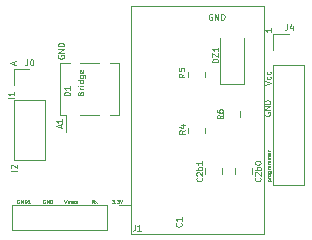
<source format=gto>
G04 #@! TF.GenerationSoftware,KiCad,Pcbnew,(6.0.11)*
G04 #@! TF.CreationDate,2023-03-09T13:47:02+01:00*
G04 #@! TF.ProjectId,PCB_Dongle_Linky,5043425f-446f-46e6-976c-655f4c696e6b,rev?*
G04 #@! TF.SameCoordinates,Original*
G04 #@! TF.FileFunction,Legend,Top*
G04 #@! TF.FilePolarity,Positive*
%FSLAX46Y46*%
G04 Gerber Fmt 4.6, Leading zero omitted, Abs format (unit mm)*
G04 Created by KiCad (PCBNEW (6.0.11)) date 2023-03-09 13:47:02*
%MOMM*%
%LPD*%
G01*
G04 APERTURE LIST*
%ADD10C,0.075000*%
%ADD11C,0.125000*%
%ADD12C,0.120000*%
G04 APERTURE END LIST*
D10*
X41985714Y-95978571D02*
X42285714Y-95978571D01*
X42000000Y-95978571D02*
X41985714Y-95950000D01*
X41985714Y-95892857D01*
X42000000Y-95864285D01*
X42014285Y-95850000D01*
X42042857Y-95835714D01*
X42128571Y-95835714D01*
X42157142Y-95850000D01*
X42171428Y-95864285D01*
X42185714Y-95892857D01*
X42185714Y-95950000D01*
X42171428Y-95978571D01*
X42185714Y-95707142D02*
X41985714Y-95707142D01*
X42042857Y-95707142D02*
X42014285Y-95692857D01*
X42000000Y-95678571D01*
X41985714Y-95650000D01*
X41985714Y-95621428D01*
X42185714Y-95478571D02*
X42171428Y-95507142D01*
X42157142Y-95521428D01*
X42128571Y-95535714D01*
X42042857Y-95535714D01*
X42014285Y-95521428D01*
X42000000Y-95507142D01*
X41985714Y-95478571D01*
X41985714Y-95435714D01*
X42000000Y-95407142D01*
X42014285Y-95392857D01*
X42042857Y-95378571D01*
X42128571Y-95378571D01*
X42157142Y-95392857D01*
X42171428Y-95407142D01*
X42185714Y-95435714D01*
X42185714Y-95478571D01*
X41985714Y-95121428D02*
X42228571Y-95121428D01*
X42257142Y-95135714D01*
X42271428Y-95150000D01*
X42285714Y-95178571D01*
X42285714Y-95221428D01*
X42271428Y-95250000D01*
X42171428Y-95121428D02*
X42185714Y-95150000D01*
X42185714Y-95207142D01*
X42171428Y-95235714D01*
X42157142Y-95250000D01*
X42128571Y-95264285D01*
X42042857Y-95264285D01*
X42014285Y-95250000D01*
X42000000Y-95235714D01*
X41985714Y-95207142D01*
X41985714Y-95150000D01*
X42000000Y-95121428D01*
X42185714Y-94978571D02*
X41985714Y-94978571D01*
X42042857Y-94978571D02*
X42014285Y-94964285D01*
X42000000Y-94950000D01*
X41985714Y-94921428D01*
X41985714Y-94892857D01*
X42185714Y-94664285D02*
X42028571Y-94664285D01*
X42000000Y-94678571D01*
X41985714Y-94707142D01*
X41985714Y-94764285D01*
X42000000Y-94792857D01*
X42171428Y-94664285D02*
X42185714Y-94692857D01*
X42185714Y-94764285D01*
X42171428Y-94792857D01*
X42142857Y-94807142D01*
X42114285Y-94807142D01*
X42085714Y-94792857D01*
X42071428Y-94764285D01*
X42071428Y-94692857D01*
X42057142Y-94664285D01*
X42185714Y-94521428D02*
X41985714Y-94521428D01*
X42014285Y-94521428D02*
X42000000Y-94507142D01*
X41985714Y-94478571D01*
X41985714Y-94435714D01*
X42000000Y-94407142D01*
X42028571Y-94392857D01*
X42185714Y-94392857D01*
X42028571Y-94392857D02*
X42000000Y-94378571D01*
X41985714Y-94350000D01*
X41985714Y-94307142D01*
X42000000Y-94278571D01*
X42028571Y-94264285D01*
X42185714Y-94264285D01*
X42185714Y-94121428D02*
X41985714Y-94121428D01*
X42014285Y-94121428D02*
X42000000Y-94107142D01*
X41985714Y-94078571D01*
X41985714Y-94035714D01*
X42000000Y-94007142D01*
X42028571Y-93992857D01*
X42185714Y-93992857D01*
X42028571Y-93992857D02*
X42000000Y-93978571D01*
X41985714Y-93950000D01*
X41985714Y-93907142D01*
X42000000Y-93878571D01*
X42028571Y-93864285D01*
X42185714Y-93864285D01*
X42171428Y-93607142D02*
X42185714Y-93635714D01*
X42185714Y-93692857D01*
X42171428Y-93721428D01*
X42142857Y-93735714D01*
X42028571Y-93735714D01*
X42000000Y-93721428D01*
X41985714Y-93692857D01*
X41985714Y-93635714D01*
X42000000Y-93607142D01*
X42028571Y-93592857D01*
X42057142Y-93592857D01*
X42085714Y-93735714D01*
X42185714Y-93464285D02*
X41985714Y-93464285D01*
X42042857Y-93464285D02*
X42014285Y-93450000D01*
X42000000Y-93435714D01*
X41985714Y-93407142D01*
X41985714Y-93378571D01*
X24750000Y-97535714D02*
X24850000Y-97835714D01*
X24950000Y-97535714D01*
X25050000Y-97835714D02*
X25050000Y-97635714D01*
X25050000Y-97664285D02*
X25064285Y-97650000D01*
X25092857Y-97635714D01*
X25135714Y-97635714D01*
X25164285Y-97650000D01*
X25178571Y-97678571D01*
X25178571Y-97835714D01*
X25178571Y-97678571D02*
X25192857Y-97650000D01*
X25221428Y-97635714D01*
X25264285Y-97635714D01*
X25292857Y-97650000D01*
X25307142Y-97678571D01*
X25307142Y-97835714D01*
X25564285Y-97821428D02*
X25535714Y-97835714D01*
X25478571Y-97835714D01*
X25450000Y-97821428D01*
X25435714Y-97792857D01*
X25435714Y-97678571D01*
X25450000Y-97650000D01*
X25478571Y-97635714D01*
X25535714Y-97635714D01*
X25564285Y-97650000D01*
X25578571Y-97678571D01*
X25578571Y-97707142D01*
X25435714Y-97735714D01*
X25692857Y-97821428D02*
X25721428Y-97835714D01*
X25778571Y-97835714D01*
X25807142Y-97821428D01*
X25821428Y-97792857D01*
X25821428Y-97778571D01*
X25807142Y-97750000D01*
X25778571Y-97735714D01*
X25735714Y-97735714D01*
X25707142Y-97721428D01*
X25692857Y-97692857D01*
X25692857Y-97678571D01*
X25707142Y-97650000D01*
X25735714Y-97635714D01*
X25778571Y-97635714D01*
X25807142Y-97650000D01*
X20476190Y-88938095D02*
X19976190Y-88938095D01*
X20476190Y-88438095D02*
X20476190Y-88723809D01*
X20476190Y-88580952D02*
X19976190Y-88580952D01*
X20047619Y-88628571D01*
X20095238Y-88676190D01*
X20119047Y-88723809D01*
X20726190Y-95088095D02*
X20226190Y-95088095D01*
X20273809Y-94873809D02*
X20250000Y-94850000D01*
X20226190Y-94802380D01*
X20226190Y-94683333D01*
X20250000Y-94635714D01*
X20273809Y-94611904D01*
X20321428Y-94588095D01*
X20369047Y-94588095D01*
X20440476Y-94611904D01*
X20726190Y-94897619D01*
X20726190Y-94588095D01*
X42276190Y-83057142D02*
X42276190Y-83342857D01*
X42276190Y-83200000D02*
X41776190Y-83200000D01*
X41847619Y-83247619D01*
X41895238Y-83295238D01*
X41919047Y-83342857D01*
X20928571Y-97550000D02*
X20900000Y-97535714D01*
X20857142Y-97535714D01*
X20814285Y-97550000D01*
X20785714Y-97578571D01*
X20771428Y-97607142D01*
X20757142Y-97664285D01*
X20757142Y-97707142D01*
X20771428Y-97764285D01*
X20785714Y-97792857D01*
X20814285Y-97821428D01*
X20857142Y-97835714D01*
X20885714Y-97835714D01*
X20928571Y-97821428D01*
X20942857Y-97807142D01*
X20942857Y-97707142D01*
X20885714Y-97707142D01*
X21071428Y-97835714D02*
X21071428Y-97535714D01*
X21242857Y-97835714D01*
X21242857Y-97535714D01*
X21385714Y-97835714D02*
X21385714Y-97535714D01*
X21457142Y-97535714D01*
X21500000Y-97550000D01*
X21528571Y-97578571D01*
X21542857Y-97607142D01*
X21557142Y-97664285D01*
X21557142Y-97707142D01*
X21542857Y-97764285D01*
X21528571Y-97792857D01*
X21500000Y-97821428D01*
X21457142Y-97835714D01*
X21385714Y-97835714D01*
X21842857Y-97835714D02*
X21671428Y-97835714D01*
X21757142Y-97835714D02*
X21757142Y-97535714D01*
X21728571Y-97578571D01*
X21700000Y-97607142D01*
X21671428Y-97621428D01*
X28757142Y-97535714D02*
X28942857Y-97535714D01*
X28842857Y-97650000D01*
X28885714Y-97650000D01*
X28914285Y-97664285D01*
X28928571Y-97678571D01*
X28942857Y-97707142D01*
X28942857Y-97778571D01*
X28928571Y-97807142D01*
X28914285Y-97821428D01*
X28885714Y-97835714D01*
X28800000Y-97835714D01*
X28771428Y-97821428D01*
X28757142Y-97807142D01*
X29071428Y-97807142D02*
X29085714Y-97821428D01*
X29071428Y-97835714D01*
X29057142Y-97821428D01*
X29071428Y-97807142D01*
X29071428Y-97835714D01*
X29185714Y-97535714D02*
X29371428Y-97535714D01*
X29271428Y-97650000D01*
X29314285Y-97650000D01*
X29342857Y-97664285D01*
X29357142Y-97678571D01*
X29371428Y-97707142D01*
X29371428Y-97778571D01*
X29357142Y-97807142D01*
X29342857Y-97821428D01*
X29314285Y-97835714D01*
X29228571Y-97835714D01*
X29200000Y-97821428D01*
X29185714Y-97807142D01*
X29457142Y-97535714D02*
X29557142Y-97835714D01*
X29657142Y-97535714D01*
X27271428Y-97835714D02*
X27171428Y-97692857D01*
X27100000Y-97835714D02*
X27100000Y-97535714D01*
X27214285Y-97535714D01*
X27242857Y-97550000D01*
X27257142Y-97564285D01*
X27271428Y-97592857D01*
X27271428Y-97635714D01*
X27257142Y-97664285D01*
X27242857Y-97678571D01*
X27214285Y-97692857D01*
X27100000Y-97692857D01*
X27371428Y-97835714D02*
X27528571Y-97635714D01*
X27371428Y-97635714D02*
X27528571Y-97835714D01*
X23121428Y-97550000D02*
X23092857Y-97535714D01*
X23050000Y-97535714D01*
X23007142Y-97550000D01*
X22978571Y-97578571D01*
X22964285Y-97607142D01*
X22950000Y-97664285D01*
X22950000Y-97707142D01*
X22964285Y-97764285D01*
X22978571Y-97792857D01*
X23007142Y-97821428D01*
X23050000Y-97835714D01*
X23078571Y-97835714D01*
X23121428Y-97821428D01*
X23135714Y-97807142D01*
X23135714Y-97707142D01*
X23078571Y-97707142D01*
X23264285Y-97835714D02*
X23264285Y-97535714D01*
X23435714Y-97835714D01*
X23435714Y-97535714D01*
X23578571Y-97835714D02*
X23578571Y-97535714D01*
X23650000Y-97535714D01*
X23692857Y-97550000D01*
X23721428Y-97578571D01*
X23735714Y-97607142D01*
X23750000Y-97664285D01*
X23750000Y-97707142D01*
X23735714Y-97764285D01*
X23721428Y-97792857D01*
X23692857Y-97821428D01*
X23650000Y-97835714D01*
X23578571Y-97835714D01*
X24433333Y-91457142D02*
X24433333Y-91219047D01*
X24576190Y-91504761D02*
X24076190Y-91338095D01*
X24576190Y-91171428D01*
X24576190Y-90742857D02*
X24576190Y-91028571D01*
X24576190Y-90885714D02*
X24076190Y-90885714D01*
X24147619Y-90933333D01*
X24195238Y-90980952D01*
X24219047Y-91028571D01*
X41726190Y-87845238D02*
X42226190Y-87678571D01*
X41726190Y-87511904D01*
X42202380Y-87130952D02*
X42226190Y-87178571D01*
X42226190Y-87273809D01*
X42202380Y-87321428D01*
X42178571Y-87345238D01*
X42130952Y-87369047D01*
X41988095Y-87369047D01*
X41940476Y-87345238D01*
X41916666Y-87321428D01*
X41892857Y-87273809D01*
X41892857Y-87178571D01*
X41916666Y-87130952D01*
X42202380Y-86702380D02*
X42226190Y-86750000D01*
X42226190Y-86845238D01*
X42202380Y-86892857D01*
X42178571Y-86916666D01*
X42130952Y-86940476D01*
X41988095Y-86940476D01*
X41940476Y-86916666D01*
X41916666Y-86892857D01*
X41892857Y-86845238D01*
X41892857Y-86750000D01*
X41916666Y-86702380D01*
X20483333Y-86119047D02*
X20483333Y-85880952D01*
X20626190Y-86166666D02*
X20126190Y-86000000D01*
X20626190Y-85833333D01*
X24250000Y-85330952D02*
X24226190Y-85378571D01*
X24226190Y-85450000D01*
X24250000Y-85521428D01*
X24297619Y-85569047D01*
X24345238Y-85592857D01*
X24440476Y-85616666D01*
X24511904Y-85616666D01*
X24607142Y-85592857D01*
X24654761Y-85569047D01*
X24702380Y-85521428D01*
X24726190Y-85450000D01*
X24726190Y-85402380D01*
X24702380Y-85330952D01*
X24678571Y-85307142D01*
X24511904Y-85307142D01*
X24511904Y-85402380D01*
X24726190Y-85092857D02*
X24226190Y-85092857D01*
X24726190Y-84807142D01*
X24226190Y-84807142D01*
X24726190Y-84569047D02*
X24226190Y-84569047D01*
X24226190Y-84450000D01*
X24250000Y-84378571D01*
X24297619Y-84330952D01*
X24345238Y-84307142D01*
X24440476Y-84283333D01*
X24511904Y-84283333D01*
X24607142Y-84307142D01*
X24654761Y-84330952D01*
X24702380Y-84378571D01*
X24726190Y-84450000D01*
X24726190Y-84569047D01*
X41700000Y-90180952D02*
X41676190Y-90228571D01*
X41676190Y-90300000D01*
X41700000Y-90371428D01*
X41747619Y-90419047D01*
X41795238Y-90442857D01*
X41890476Y-90466666D01*
X41961904Y-90466666D01*
X42057142Y-90442857D01*
X42104761Y-90419047D01*
X42152380Y-90371428D01*
X42176190Y-90300000D01*
X42176190Y-90252380D01*
X42152380Y-90180952D01*
X42128571Y-90157142D01*
X41961904Y-90157142D01*
X41961904Y-90252380D01*
X42176190Y-89942857D02*
X41676190Y-89942857D01*
X42176190Y-89657142D01*
X41676190Y-89657142D01*
X42176190Y-89419047D02*
X41676190Y-89419047D01*
X41676190Y-89300000D01*
X41700000Y-89228571D01*
X41747619Y-89180952D01*
X41795238Y-89157142D01*
X41890476Y-89133333D01*
X41961904Y-89133333D01*
X42057142Y-89157142D01*
X42104761Y-89180952D01*
X42152380Y-89228571D01*
X42176190Y-89300000D01*
X42176190Y-89419047D01*
X26114285Y-88554761D02*
X26138095Y-88483333D01*
X26161904Y-88459523D01*
X26209523Y-88435714D01*
X26280952Y-88435714D01*
X26328571Y-88459523D01*
X26352380Y-88483333D01*
X26376190Y-88530952D01*
X26376190Y-88721428D01*
X25876190Y-88721428D01*
X25876190Y-88554761D01*
X25900000Y-88507142D01*
X25923809Y-88483333D01*
X25971428Y-88459523D01*
X26019047Y-88459523D01*
X26066666Y-88483333D01*
X26090476Y-88507142D01*
X26114285Y-88554761D01*
X26114285Y-88721428D01*
X26376190Y-88221428D02*
X26042857Y-88221428D01*
X26138095Y-88221428D02*
X26090476Y-88197619D01*
X26066666Y-88173809D01*
X26042857Y-88126190D01*
X26042857Y-88078571D01*
X26376190Y-87911904D02*
X26042857Y-87911904D01*
X25876190Y-87911904D02*
X25900000Y-87935714D01*
X25923809Y-87911904D01*
X25900000Y-87888095D01*
X25876190Y-87911904D01*
X25923809Y-87911904D01*
X26376190Y-87459523D02*
X25876190Y-87459523D01*
X26352380Y-87459523D02*
X26376190Y-87507142D01*
X26376190Y-87602380D01*
X26352380Y-87650000D01*
X26328571Y-87673809D01*
X26280952Y-87697619D01*
X26138095Y-87697619D01*
X26090476Y-87673809D01*
X26066666Y-87650000D01*
X26042857Y-87602380D01*
X26042857Y-87507142D01*
X26066666Y-87459523D01*
X26042857Y-87007142D02*
X26447619Y-87007142D01*
X26495238Y-87030952D01*
X26519047Y-87054761D01*
X26542857Y-87102380D01*
X26542857Y-87173809D01*
X26519047Y-87221428D01*
X26352380Y-87007142D02*
X26376190Y-87054761D01*
X26376190Y-87150000D01*
X26352380Y-87197619D01*
X26328571Y-87221428D01*
X26280952Y-87245238D01*
X26138095Y-87245238D01*
X26090476Y-87221428D01*
X26066666Y-87197619D01*
X26042857Y-87150000D01*
X26042857Y-87054761D01*
X26066666Y-87007142D01*
X26352380Y-86578571D02*
X26376190Y-86626190D01*
X26376190Y-86721428D01*
X26352380Y-86769047D01*
X26304761Y-86792857D01*
X26114285Y-86792857D01*
X26066666Y-86769047D01*
X26042857Y-86721428D01*
X26042857Y-86626190D01*
X26066666Y-86578571D01*
X26114285Y-86554761D01*
X26161904Y-86554761D01*
X26209523Y-86792857D01*
X37269047Y-81850000D02*
X37221428Y-81826190D01*
X37150000Y-81826190D01*
X37078571Y-81850000D01*
X37030952Y-81897619D01*
X37007142Y-81945238D01*
X36983333Y-82040476D01*
X36983333Y-82111904D01*
X37007142Y-82207142D01*
X37030952Y-82254761D01*
X37078571Y-82302380D01*
X37150000Y-82326190D01*
X37197619Y-82326190D01*
X37269047Y-82302380D01*
X37292857Y-82278571D01*
X37292857Y-82111904D01*
X37197619Y-82111904D01*
X37507142Y-82326190D02*
X37507142Y-81826190D01*
X37792857Y-82326190D01*
X37792857Y-81826190D01*
X38030952Y-82326190D02*
X38030952Y-81826190D01*
X38150000Y-81826190D01*
X38221428Y-81850000D01*
X38269047Y-81897619D01*
X38292857Y-81945238D01*
X38316666Y-82040476D01*
X38316666Y-82111904D01*
X38292857Y-82207142D01*
X38269047Y-82254761D01*
X38221428Y-82302380D01*
X38150000Y-82326190D01*
X38030952Y-82326190D01*
D11*
G04 #@! TO.C,R4*
X34976190Y-91683333D02*
X34738095Y-91850000D01*
X34976190Y-91969047D02*
X34476190Y-91969047D01*
X34476190Y-91778571D01*
X34500000Y-91730952D01*
X34523809Y-91707142D01*
X34571428Y-91683333D01*
X34642857Y-91683333D01*
X34690476Y-91707142D01*
X34714285Y-91730952D01*
X34738095Y-91778571D01*
X34738095Y-91969047D01*
X34642857Y-91254761D02*
X34976190Y-91254761D01*
X34452380Y-91373809D02*
X34809523Y-91492857D01*
X34809523Y-91183333D01*
G04 #@! TO.C,C2b0*
X41328571Y-95697619D02*
X41352380Y-95721428D01*
X41376190Y-95792857D01*
X41376190Y-95840476D01*
X41352380Y-95911904D01*
X41304761Y-95959523D01*
X41257142Y-95983333D01*
X41161904Y-96007142D01*
X41090476Y-96007142D01*
X40995238Y-95983333D01*
X40947619Y-95959523D01*
X40900000Y-95911904D01*
X40876190Y-95840476D01*
X40876190Y-95792857D01*
X40900000Y-95721428D01*
X40923809Y-95697619D01*
X40923809Y-95507142D02*
X40900000Y-95483333D01*
X40876190Y-95435714D01*
X40876190Y-95316666D01*
X40900000Y-95269047D01*
X40923809Y-95245238D01*
X40971428Y-95221428D01*
X41019047Y-95221428D01*
X41090476Y-95245238D01*
X41376190Y-95530952D01*
X41376190Y-95221428D01*
X41376190Y-95007142D02*
X40876190Y-95007142D01*
X41066666Y-95007142D02*
X41042857Y-94959523D01*
X41042857Y-94864285D01*
X41066666Y-94816666D01*
X41090476Y-94792857D01*
X41138095Y-94769047D01*
X41280952Y-94769047D01*
X41328571Y-94792857D01*
X41352380Y-94816666D01*
X41376190Y-94864285D01*
X41376190Y-94959523D01*
X41352380Y-95007142D01*
X40876190Y-94459523D02*
X40876190Y-94411904D01*
X40900000Y-94364285D01*
X40923809Y-94340476D01*
X40971428Y-94316666D01*
X41066666Y-94292857D01*
X41185714Y-94292857D01*
X41280952Y-94316666D01*
X41328571Y-94340476D01*
X41352380Y-94364285D01*
X41376190Y-94411904D01*
X41376190Y-94459523D01*
X41352380Y-94507142D01*
X41328571Y-94530952D01*
X41280952Y-94554761D01*
X41185714Y-94578571D01*
X41066666Y-94578571D01*
X40971428Y-94554761D01*
X40923809Y-94530952D01*
X40900000Y-94507142D01*
X40876190Y-94459523D01*
G04 #@! TO.C,J0*
X21633333Y-85676190D02*
X21633333Y-86033333D01*
X21609523Y-86104761D01*
X21561904Y-86152380D01*
X21490476Y-86176190D01*
X21442857Y-86176190D01*
X21966666Y-85676190D02*
X22014285Y-85676190D01*
X22061904Y-85700000D01*
X22085714Y-85723809D01*
X22109523Y-85771428D01*
X22133333Y-85866666D01*
X22133333Y-85985714D01*
X22109523Y-86080952D01*
X22085714Y-86128571D01*
X22061904Y-86152380D01*
X22014285Y-86176190D01*
X21966666Y-86176190D01*
X21919047Y-86152380D01*
X21895238Y-86128571D01*
X21871428Y-86080952D01*
X21847619Y-85985714D01*
X21847619Y-85866666D01*
X21871428Y-85771428D01*
X21895238Y-85723809D01*
X21919047Y-85700000D01*
X21966666Y-85676190D01*
G04 #@! TO.C,J1*
X30733333Y-99676190D02*
X30733333Y-100033333D01*
X30709523Y-100104761D01*
X30661904Y-100152380D01*
X30590476Y-100176190D01*
X30542857Y-100176190D01*
X31233333Y-100176190D02*
X30947619Y-100176190D01*
X31090476Y-100176190D02*
X31090476Y-99676190D01*
X31042857Y-99747619D01*
X30995238Y-99795238D01*
X30947619Y-99819047D01*
G04 #@! TO.C,J4*
X43633333Y-82676190D02*
X43633333Y-83033333D01*
X43609523Y-83104761D01*
X43561904Y-83152380D01*
X43490476Y-83176190D01*
X43442857Y-83176190D01*
X44085714Y-82842857D02*
X44085714Y-83176190D01*
X43966666Y-82652380D02*
X43847619Y-83009523D01*
X44157142Y-83009523D01*
G04 #@! TO.C,C2b1*
X36378571Y-95697619D02*
X36402380Y-95721428D01*
X36426190Y-95792857D01*
X36426190Y-95840476D01*
X36402380Y-95911904D01*
X36354761Y-95959523D01*
X36307142Y-95983333D01*
X36211904Y-96007142D01*
X36140476Y-96007142D01*
X36045238Y-95983333D01*
X35997619Y-95959523D01*
X35950000Y-95911904D01*
X35926190Y-95840476D01*
X35926190Y-95792857D01*
X35950000Y-95721428D01*
X35973809Y-95697619D01*
X35973809Y-95507142D02*
X35950000Y-95483333D01*
X35926190Y-95435714D01*
X35926190Y-95316666D01*
X35950000Y-95269047D01*
X35973809Y-95245238D01*
X36021428Y-95221428D01*
X36069047Y-95221428D01*
X36140476Y-95245238D01*
X36426190Y-95530952D01*
X36426190Y-95221428D01*
X36426190Y-95007142D02*
X35926190Y-95007142D01*
X36116666Y-95007142D02*
X36092857Y-94959523D01*
X36092857Y-94864285D01*
X36116666Y-94816666D01*
X36140476Y-94792857D01*
X36188095Y-94769047D01*
X36330952Y-94769047D01*
X36378571Y-94792857D01*
X36402380Y-94816666D01*
X36426190Y-94864285D01*
X36426190Y-94959523D01*
X36402380Y-95007142D01*
X36426190Y-94292857D02*
X36426190Y-94578571D01*
X36426190Y-94435714D02*
X35926190Y-94435714D01*
X35997619Y-94483333D01*
X36045238Y-94530952D01*
X36069047Y-94578571D01*
G04 #@! TO.C,R5*
X34926190Y-86883333D02*
X34688095Y-87050000D01*
X34926190Y-87169047D02*
X34426190Y-87169047D01*
X34426190Y-86978571D01*
X34450000Y-86930952D01*
X34473809Y-86907142D01*
X34521428Y-86883333D01*
X34592857Y-86883333D01*
X34640476Y-86907142D01*
X34664285Y-86930952D01*
X34688095Y-86978571D01*
X34688095Y-87169047D01*
X34426190Y-86430952D02*
X34426190Y-86669047D01*
X34664285Y-86692857D01*
X34640476Y-86669047D01*
X34616666Y-86621428D01*
X34616666Y-86502380D01*
X34640476Y-86454761D01*
X34664285Y-86430952D01*
X34711904Y-86407142D01*
X34830952Y-86407142D01*
X34878571Y-86430952D01*
X34902380Y-86454761D01*
X34926190Y-86502380D01*
X34926190Y-86621428D01*
X34902380Y-86669047D01*
X34878571Y-86692857D01*
G04 #@! TO.C,C1*
X34628571Y-99533333D02*
X34652380Y-99557142D01*
X34676190Y-99628571D01*
X34676190Y-99676190D01*
X34652380Y-99747619D01*
X34604761Y-99795238D01*
X34557142Y-99819047D01*
X34461904Y-99842857D01*
X34390476Y-99842857D01*
X34295238Y-99819047D01*
X34247619Y-99795238D01*
X34200000Y-99747619D01*
X34176190Y-99676190D01*
X34176190Y-99628571D01*
X34200000Y-99557142D01*
X34223809Y-99533333D01*
X34676190Y-99057142D02*
X34676190Y-99342857D01*
X34676190Y-99200000D02*
X34176190Y-99200000D01*
X34247619Y-99247619D01*
X34295238Y-99295238D01*
X34319047Y-99342857D01*
G04 #@! TO.C,R6*
X38176190Y-90383333D02*
X37938095Y-90550000D01*
X38176190Y-90669047D02*
X37676190Y-90669047D01*
X37676190Y-90478571D01*
X37700000Y-90430952D01*
X37723809Y-90407142D01*
X37771428Y-90383333D01*
X37842857Y-90383333D01*
X37890476Y-90407142D01*
X37914285Y-90430952D01*
X37938095Y-90478571D01*
X37938095Y-90669047D01*
X37676190Y-89954761D02*
X37676190Y-90050000D01*
X37700000Y-90097619D01*
X37723809Y-90121428D01*
X37795238Y-90169047D01*
X37890476Y-90192857D01*
X38080952Y-90192857D01*
X38128571Y-90169047D01*
X38152380Y-90145238D01*
X38176190Y-90097619D01*
X38176190Y-90002380D01*
X38152380Y-89954761D01*
X38128571Y-89930952D01*
X38080952Y-89907142D01*
X37961904Y-89907142D01*
X37914285Y-89930952D01*
X37890476Y-89954761D01*
X37866666Y-90002380D01*
X37866666Y-90097619D01*
X37890476Y-90145238D01*
X37914285Y-90169047D01*
X37961904Y-90192857D01*
G04 #@! TO.C,D1*
X25226190Y-88719047D02*
X24726190Y-88719047D01*
X24726190Y-88600000D01*
X24750000Y-88528571D01*
X24797619Y-88480952D01*
X24845238Y-88457142D01*
X24940476Y-88433333D01*
X25011904Y-88433333D01*
X25107142Y-88457142D01*
X25154761Y-88480952D01*
X25202380Y-88528571D01*
X25226190Y-88600000D01*
X25226190Y-88719047D01*
X25226190Y-87957142D02*
X25226190Y-88242857D01*
X25226190Y-88100000D02*
X24726190Y-88100000D01*
X24797619Y-88147619D01*
X24845238Y-88195238D01*
X24869047Y-88242857D01*
G04 #@! TO.C,DZ1*
X37776190Y-85907142D02*
X37276190Y-85907142D01*
X37276190Y-85788095D01*
X37300000Y-85716666D01*
X37347619Y-85669047D01*
X37395238Y-85645238D01*
X37490476Y-85621428D01*
X37561904Y-85621428D01*
X37657142Y-85645238D01*
X37704761Y-85669047D01*
X37752380Y-85716666D01*
X37776190Y-85788095D01*
X37776190Y-85907142D01*
X37276190Y-85454761D02*
X37276190Y-85121428D01*
X37776190Y-85454761D01*
X37776190Y-85121428D01*
X37776190Y-84669047D02*
X37776190Y-84954761D01*
X37776190Y-84811904D02*
X37276190Y-84811904D01*
X37347619Y-84859523D01*
X37395238Y-84907142D01*
X37419047Y-84954761D01*
D12*
G04 #@! TO.C,R4*
X36685000Y-91472936D02*
X36685000Y-91927064D01*
X35215000Y-91472936D02*
X35215000Y-91927064D01*
G04 #@! TO.C,C2b0*
X40685000Y-94888748D02*
X40685000Y-95411252D01*
X39215000Y-94888748D02*
X39215000Y-95411252D01*
G04 #@! TO.C,J0*
X20470000Y-86470000D02*
X21800000Y-86470000D01*
X23130000Y-89070000D02*
X23130000Y-94210000D01*
X20470000Y-87800000D02*
X20470000Y-86470000D01*
X20470000Y-89070000D02*
X23130000Y-89070000D01*
X20470000Y-89070000D02*
X20470000Y-94210000D01*
X20470000Y-94210000D02*
X23130000Y-94210000D01*
G04 #@! TO.C,J1*
X28350000Y-98040000D02*
X28350000Y-100160000D01*
X20290000Y-98040000D02*
X20290000Y-100160000D01*
X28350000Y-100160000D02*
X20290000Y-100160000D01*
X28350000Y-98040000D02*
X20290000Y-98040000D01*
X30410000Y-98040000D02*
X30410000Y-99100000D01*
X29350000Y-98040000D02*
X30410000Y-98040000D01*
G04 #@! TO.C,J4*
X42420000Y-84860000D02*
X42420000Y-83530000D01*
X42420000Y-86130000D02*
X42420000Y-96350000D01*
X42420000Y-86130000D02*
X45080000Y-86130000D01*
X42420000Y-96350000D02*
X45080000Y-96350000D01*
X42420000Y-83530000D02*
X43750000Y-83530000D01*
X45080000Y-86130000D02*
X45080000Y-96350000D01*
G04 #@! TO.C,C2b1*
X38135000Y-95411252D02*
X38135000Y-94888748D01*
X36665000Y-95411252D02*
X36665000Y-94888748D01*
G04 #@! TO.C,R5*
X36685000Y-86722936D02*
X36685000Y-87177064D01*
X35215000Y-86722936D02*
X35215000Y-87177064D01*
G04 #@! TO.C,C1*
X30380000Y-100420000D02*
X41620000Y-100420000D01*
X30380000Y-100420000D02*
X30380000Y-81180000D01*
X30380000Y-81180000D02*
X41620000Y-81180000D01*
X41620000Y-100420000D02*
X41620000Y-81180000D01*
G04 #@! TO.C,R6*
X38165000Y-90072936D02*
X38165000Y-90527064D01*
X39635000Y-90072936D02*
X39635000Y-90527064D01*
G04 #@! TO.C,D1*
X29400000Y-90400000D02*
X28600000Y-90400000D01*
X28600000Y-86000000D02*
X29400000Y-86000000D01*
X24400000Y-86000000D02*
X24400000Y-90400000D01*
X25200000Y-86000000D02*
X24400000Y-86000000D01*
X24900000Y-90400000D02*
X24900000Y-91800000D01*
X29400000Y-86000000D02*
X29400000Y-90400000D01*
X26100000Y-86000000D02*
X27700000Y-86000000D01*
X24400000Y-90400000D02*
X24900000Y-90400000D01*
X26100000Y-90400000D02*
X27700000Y-90400000D01*
G04 #@! TO.C,DZ1*
X39950000Y-87750000D02*
X39950000Y-83850000D01*
X37950000Y-87750000D02*
X37950000Y-83850000D01*
X37950000Y-87750000D02*
X39950000Y-87750000D01*
G04 #@! TD*
M02*

</source>
